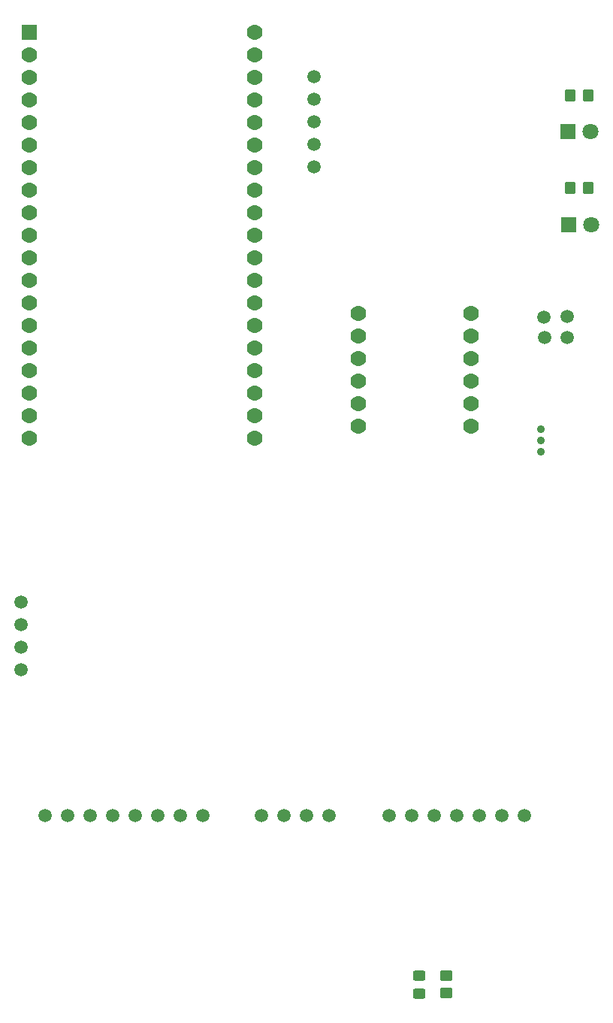
<source format=gbr>
%TF.GenerationSoftware,KiCad,Pcbnew,9.0.0*%
%TF.CreationDate,2025-08-04T23:41:09+05:30*%
%TF.ProjectId,signalscope,7369676e-616c-4736-936f-70652e6b6963,rev?*%
%TF.SameCoordinates,Original*%
%TF.FileFunction,Soldermask,Top*%
%TF.FilePolarity,Negative*%
%FSLAX46Y46*%
G04 Gerber Fmt 4.6, Leading zero omitted, Abs format (unit mm)*
G04 Created by KiCad (PCBNEW 9.0.0) date 2025-08-04 23:41:09*
%MOMM*%
%LPD*%
G01*
G04 APERTURE LIST*
G04 Aperture macros list*
%AMRoundRect*
0 Rectangle with rounded corners*
0 $1 Rounding radius*
0 $2 $3 $4 $5 $6 $7 $8 $9 X,Y pos of 4 corners*
0 Add a 4 corners polygon primitive as box body*
4,1,4,$2,$3,$4,$5,$6,$7,$8,$9,$2,$3,0*
0 Add four circle primitives for the rounded corners*
1,1,$1+$1,$2,$3*
1,1,$1+$1,$4,$5*
1,1,$1+$1,$6,$7*
1,1,$1+$1,$8,$9*
0 Add four rect primitives between the rounded corners*
20,1,$1+$1,$2,$3,$4,$5,0*
20,1,$1+$1,$4,$5,$6,$7,0*
20,1,$1+$1,$6,$7,$8,$9,0*
20,1,$1+$1,$8,$9,$2,$3,0*%
G04 Aperture macros list end*
%ADD10C,1.500000*%
%ADD11RoundRect,0.102000X-0.780000X-0.780000X0.780000X-0.780000X0.780000X0.780000X-0.780000X0.780000X0*%
%ADD12C,1.764000*%
%ADD13RoundRect,0.250000X-0.450000X0.325000X-0.450000X-0.325000X0.450000X-0.325000X0.450000X0.325000X0*%
%ADD14RoundRect,0.250000X-0.350000X-0.450000X0.350000X-0.450000X0.350000X0.450000X-0.350000X0.450000X0*%
%ADD15R,1.800000X1.800000*%
%ADD16C,1.800000*%
%ADD17RoundRect,0.250000X-0.450000X0.350000X-0.450000X-0.350000X0.450000X-0.350000X0.450000X0.350000X0*%
%ADD18C,0.900000*%
G04 APERTURE END LIST*
D10*
%TO.C,TFT_display*%
X124282000Y-126250000D03*
X126822000Y-126250000D03*
X129362000Y-126250000D03*
X131902000Y-126250000D03*
X134442000Y-126250000D03*
X136982000Y-126250000D03*
X139522000Y-126250000D03*
X142062000Y-126250000D03*
X148690000Y-126250000D03*
X151230000Y-126250000D03*
X153770000Y-126250000D03*
X156300000Y-126250000D03*
%TD*%
D11*
%TO.C,ESP32_WROOM_DEVKIT*%
X122500000Y-37970000D03*
D12*
X122500000Y-40510000D03*
X122500000Y-43050000D03*
X122500000Y-45590000D03*
X122500000Y-48130000D03*
X122500000Y-50670000D03*
X122500000Y-53210000D03*
X122500000Y-55750000D03*
X122500000Y-58290000D03*
X122500000Y-60830000D03*
X122500000Y-63370000D03*
X122500000Y-65910000D03*
X122500000Y-68450000D03*
X122500000Y-70990000D03*
X122500000Y-73530000D03*
X122500000Y-76070000D03*
X122500000Y-78610000D03*
X122500000Y-81150000D03*
X122500000Y-83690000D03*
X147900000Y-37970000D03*
X147900000Y-40510000D03*
X147900000Y-43050000D03*
X147900000Y-45590000D03*
X147900000Y-48130000D03*
X147900000Y-50670000D03*
X147900000Y-53210000D03*
X147900000Y-55750000D03*
X147900000Y-58290000D03*
X147900000Y-60830000D03*
X147900000Y-63370000D03*
X147900000Y-65910000D03*
X147900000Y-68450000D03*
X147900000Y-70990000D03*
X147900000Y-73530000D03*
X147900000Y-76070000D03*
X147900000Y-78610000D03*
X147900000Y-81150000D03*
X147900000Y-83690000D03*
%TD*%
D13*
%TO.C,D1*%
X166500000Y-144225000D03*
X166500000Y-146275000D03*
%TD*%
D10*
%TO.C,MAX98357a*%
X163090000Y-126250000D03*
X165630000Y-126250000D03*
X168170000Y-126250000D03*
X170710000Y-126250000D03*
X173250000Y-126250000D03*
X175790000Y-126250000D03*
X178330000Y-126250000D03*
%TD*%
D14*
%TO.C,R2*%
X183500000Y-45100000D03*
X185500000Y-45100000D03*
%TD*%
D12*
%TO.C,ICM20948*%
X159600000Y-69690000D03*
X159600000Y-72230000D03*
X159600000Y-74770000D03*
X159600000Y-77310000D03*
X159600000Y-79850000D03*
X159600000Y-82390000D03*
X172300000Y-69690000D03*
X172300000Y-72230000D03*
X172300000Y-74770000D03*
X172300000Y-77310000D03*
X172300000Y-79850000D03*
X172300000Y-82390000D03*
%TD*%
D10*
%TO.C,NEO6M*%
X121624000Y-102218000D03*
X121624000Y-104758000D03*
X121624000Y-107298000D03*
X121624000Y-109838000D03*
%TD*%
D15*
%TO.C,D2*%
X183280000Y-59675000D03*
D16*
X185820000Y-59675000D03*
%TD*%
D10*
%TO.C,U4*%
X180587500Y-72375000D03*
X180562500Y-70125000D03*
X183137500Y-70025000D03*
X183127500Y-72375000D03*
%TD*%
D17*
%TO.C,R1*%
X169500000Y-144250000D03*
X169500000Y-146250000D03*
%TD*%
D14*
%TO.C,R3*%
X183500000Y-55525000D03*
X185500000Y-55525000D03*
%TD*%
D18*
%TO.C,U7*%
X180225000Y-85225000D03*
X180225000Y-82715000D03*
X180225000Y-83975000D03*
%TD*%
D15*
%TO.C,D3*%
X183235000Y-49200000D03*
D16*
X185775000Y-49200000D03*
%TD*%
D10*
%TO.C,DS1307_RTC*%
X154650000Y-42970000D03*
X154650000Y-45510000D03*
X154650000Y-48050000D03*
X154650000Y-50590000D03*
X154650000Y-53130000D03*
%TD*%
M02*

</source>
